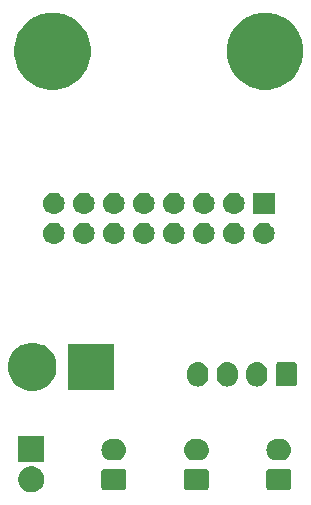
<source format=gbr>
G04 #@! TF.GenerationSoftware,KiCad,Pcbnew,(5.1.4)-1*
G04 #@! TF.CreationDate,2020-03-27T15:16:42-04:00*
G04 #@! TF.ProjectId,extruder_breakout,65787472-7564-4657-925f-627265616b6f,rev?*
G04 #@! TF.SameCoordinates,PX8f0d180PY5f5e100*
G04 #@! TF.FileFunction,Soldermask,Bot*
G04 #@! TF.FilePolarity,Negative*
%FSLAX46Y46*%
G04 Gerber Fmt 4.6, Leading zero omitted, Abs format (unit mm)*
G04 Created by KiCad (PCBNEW (5.1.4)-1) date 2020-03-27 15:16:42*
%MOMM*%
%LPD*%
G04 APERTURE LIST*
%ADD10C,0.100000*%
G04 APERTURE END LIST*
D10*
G36*
X-10473909Y9313497D02*
G01*
X-10273576Y9230516D01*
X-10093281Y9110047D01*
X-9939953Y8956719D01*
X-9819484Y8776424D01*
X-9736503Y8576091D01*
X-9694200Y8363419D01*
X-9694200Y8146581D01*
X-9736503Y7933909D01*
X-9819484Y7733576D01*
X-9939953Y7553281D01*
X-10093281Y7399953D01*
X-10273576Y7279484D01*
X-10473909Y7196503D01*
X-10686581Y7154200D01*
X-10903419Y7154200D01*
X-11116091Y7196503D01*
X-11316424Y7279484D01*
X-11496719Y7399953D01*
X-11650047Y7553281D01*
X-11770516Y7733576D01*
X-11853497Y7933909D01*
X-11895800Y8146581D01*
X-11895800Y8363419D01*
X-11853497Y8576091D01*
X-11770516Y8776424D01*
X-11650047Y8956719D01*
X-11496719Y9110047D01*
X-11316424Y9230516D01*
X-11116091Y9313497D01*
X-10903419Y9355800D01*
X-10686581Y9355800D01*
X-10473909Y9313497D01*
X-10473909Y9313497D01*
G37*
G36*
X11011957Y9150933D02*
G01*
X11058266Y9136885D01*
X11100951Y9114069D01*
X11138365Y9083365D01*
X11169069Y9045951D01*
X11191885Y9003266D01*
X11205933Y8956957D01*
X11210800Y8907538D01*
X11210800Y7602462D01*
X11205933Y7553043D01*
X11191885Y7506734D01*
X11169069Y7464049D01*
X11138365Y7426635D01*
X11100951Y7395931D01*
X11058266Y7373115D01*
X11011957Y7359067D01*
X10962538Y7354200D01*
X9357462Y7354200D01*
X9308043Y7359067D01*
X9261734Y7373115D01*
X9219049Y7395931D01*
X9181635Y7426635D01*
X9150931Y7464049D01*
X9128115Y7506734D01*
X9114067Y7553043D01*
X9109200Y7602462D01*
X9109200Y8907538D01*
X9114067Y8956957D01*
X9128115Y9003266D01*
X9150931Y9045951D01*
X9181635Y9083365D01*
X9219049Y9114069D01*
X9261734Y9136885D01*
X9308043Y9150933D01*
X9357462Y9155800D01*
X10962538Y9155800D01*
X11011957Y9150933D01*
X11011957Y9150933D01*
G37*
G36*
X4026957Y9150933D02*
G01*
X4073266Y9136885D01*
X4115951Y9114069D01*
X4153365Y9083365D01*
X4184069Y9045951D01*
X4206885Y9003266D01*
X4220933Y8956957D01*
X4225800Y8907538D01*
X4225800Y7602462D01*
X4220933Y7553043D01*
X4206885Y7506734D01*
X4184069Y7464049D01*
X4153365Y7426635D01*
X4115951Y7395931D01*
X4073266Y7373115D01*
X4026957Y7359067D01*
X3977538Y7354200D01*
X2372462Y7354200D01*
X2323043Y7359067D01*
X2276734Y7373115D01*
X2234049Y7395931D01*
X2196635Y7426635D01*
X2165931Y7464049D01*
X2143115Y7506734D01*
X2129067Y7553043D01*
X2124200Y7602462D01*
X2124200Y8907538D01*
X2129067Y8956957D01*
X2143115Y9003266D01*
X2165931Y9045951D01*
X2196635Y9083365D01*
X2234049Y9114069D01*
X2276734Y9136885D01*
X2323043Y9150933D01*
X2372462Y9155800D01*
X3977538Y9155800D01*
X4026957Y9150933D01*
X4026957Y9150933D01*
G37*
G36*
X-2958043Y9150933D02*
G01*
X-2911734Y9136885D01*
X-2869049Y9114069D01*
X-2831635Y9083365D01*
X-2800931Y9045951D01*
X-2778115Y9003266D01*
X-2764067Y8956957D01*
X-2759200Y8907538D01*
X-2759200Y7602462D01*
X-2764067Y7553043D01*
X-2778115Y7506734D01*
X-2800931Y7464049D01*
X-2831635Y7426635D01*
X-2869049Y7395931D01*
X-2911734Y7373115D01*
X-2958043Y7359067D01*
X-3007462Y7354200D01*
X-4612538Y7354200D01*
X-4661957Y7359067D01*
X-4708266Y7373115D01*
X-4750951Y7395931D01*
X-4788365Y7426635D01*
X-4819069Y7464049D01*
X-4841885Y7506734D01*
X-4855933Y7553043D01*
X-4860800Y7602462D01*
X-4860800Y8907538D01*
X-4855933Y8956957D01*
X-4841885Y9003266D01*
X-4819069Y9045951D01*
X-4788365Y9083365D01*
X-4750951Y9114069D01*
X-4708266Y9136885D01*
X-4661957Y9150933D01*
X-4612538Y9155800D01*
X-3007462Y9155800D01*
X-2958043Y9150933D01*
X-2958043Y9150933D01*
G37*
G36*
X-9694200Y9694200D02*
G01*
X-11895800Y9694200D01*
X-11895800Y11895800D01*
X-9694200Y11895800D01*
X-9694200Y9694200D01*
X-9694200Y9694200D01*
G37*
G36*
X3501588Y11642766D02*
G01*
X3501591Y11642765D01*
X3671388Y11591258D01*
X3827878Y11507612D01*
X3965043Y11395043D01*
X4077612Y11257878D01*
X4161258Y11101388D01*
X4206875Y10951008D01*
X4212766Y10931588D01*
X4230158Y10755000D01*
X4212766Y10578412D01*
X4212765Y10578409D01*
X4161258Y10408612D01*
X4077612Y10252122D01*
X3965043Y10114957D01*
X3827878Y10002388D01*
X3671388Y9918742D01*
X3521008Y9873125D01*
X3501588Y9867234D01*
X3369249Y9854200D01*
X2980751Y9854200D01*
X2848412Y9867234D01*
X2828992Y9873125D01*
X2678612Y9918742D01*
X2522122Y10002388D01*
X2384957Y10114957D01*
X2272388Y10252122D01*
X2188742Y10408612D01*
X2137235Y10578409D01*
X2137234Y10578412D01*
X2119842Y10755000D01*
X2137234Y10931588D01*
X2143125Y10951008D01*
X2188742Y11101388D01*
X2272388Y11257878D01*
X2384957Y11395043D01*
X2522122Y11507612D01*
X2678612Y11591258D01*
X2848409Y11642765D01*
X2848412Y11642766D01*
X2980751Y11655800D01*
X3369249Y11655800D01*
X3501588Y11642766D01*
X3501588Y11642766D01*
G37*
G36*
X10486588Y11642766D02*
G01*
X10486591Y11642765D01*
X10656388Y11591258D01*
X10812878Y11507612D01*
X10950043Y11395043D01*
X11062612Y11257878D01*
X11146258Y11101388D01*
X11191875Y10951008D01*
X11197766Y10931588D01*
X11215158Y10755000D01*
X11197766Y10578412D01*
X11197765Y10578409D01*
X11146258Y10408612D01*
X11062612Y10252122D01*
X10950043Y10114957D01*
X10812878Y10002388D01*
X10656388Y9918742D01*
X10506008Y9873125D01*
X10486588Y9867234D01*
X10354249Y9854200D01*
X9965751Y9854200D01*
X9833412Y9867234D01*
X9813992Y9873125D01*
X9663612Y9918742D01*
X9507122Y10002388D01*
X9369957Y10114957D01*
X9257388Y10252122D01*
X9173742Y10408612D01*
X9122235Y10578409D01*
X9122234Y10578412D01*
X9104842Y10755000D01*
X9122234Y10931588D01*
X9128125Y10951008D01*
X9173742Y11101388D01*
X9257388Y11257878D01*
X9369957Y11395043D01*
X9507122Y11507612D01*
X9663612Y11591258D01*
X9833409Y11642765D01*
X9833412Y11642766D01*
X9965751Y11655800D01*
X10354249Y11655800D01*
X10486588Y11642766D01*
X10486588Y11642766D01*
G37*
G36*
X-3483412Y11642766D02*
G01*
X-3483409Y11642765D01*
X-3313612Y11591258D01*
X-3157122Y11507612D01*
X-3019957Y11395043D01*
X-2907388Y11257878D01*
X-2823742Y11101388D01*
X-2778125Y10951008D01*
X-2772234Y10931588D01*
X-2754842Y10755000D01*
X-2772234Y10578412D01*
X-2772235Y10578409D01*
X-2823742Y10408612D01*
X-2907388Y10252122D01*
X-3019957Y10114957D01*
X-3157122Y10002388D01*
X-3313612Y9918742D01*
X-3463992Y9873125D01*
X-3483412Y9867234D01*
X-3615751Y9854200D01*
X-4004249Y9854200D01*
X-4136588Y9867234D01*
X-4156008Y9873125D01*
X-4306388Y9918742D01*
X-4462878Y10002388D01*
X-4600043Y10114957D01*
X-4712612Y10252122D01*
X-4796258Y10408612D01*
X-4847765Y10578409D01*
X-4847766Y10578412D01*
X-4865158Y10755000D01*
X-4847766Y10931588D01*
X-4841875Y10951008D01*
X-4796258Y11101388D01*
X-4712612Y11257878D01*
X-4600043Y11395043D01*
X-4462878Y11507612D01*
X-4306388Y11591258D01*
X-4136591Y11642765D01*
X-4136588Y11642766D01*
X-4004249Y11655800D01*
X-3615751Y11655800D01*
X-3483412Y11642766D01*
X-3483412Y11642766D01*
G37*
G36*
X-10116804Y19751989D02*
G01*
X-9908636Y19665763D01*
X-9743578Y19597394D01*
X-9407693Y19372962D01*
X-9122038Y19087307D01*
X-8897606Y18751422D01*
X-8829237Y18586364D01*
X-8743011Y18378196D01*
X-8664200Y17981986D01*
X-8664200Y17578014D01*
X-8743011Y17181804D01*
X-8828359Y16975756D01*
X-8897606Y16808578D01*
X-9122038Y16472693D01*
X-9407693Y16187038D01*
X-9743578Y15962606D01*
X-9908636Y15894237D01*
X-10116804Y15808011D01*
X-10513014Y15729200D01*
X-10916986Y15729200D01*
X-11313196Y15808011D01*
X-11521364Y15894237D01*
X-11686422Y15962606D01*
X-12022307Y16187038D01*
X-12307962Y16472693D01*
X-12532394Y16808578D01*
X-12601641Y16975756D01*
X-12686989Y17181804D01*
X-12765800Y17578014D01*
X-12765800Y17981986D01*
X-12686989Y18378196D01*
X-12600763Y18586364D01*
X-12532394Y18751422D01*
X-12307962Y19087307D01*
X-12022307Y19372962D01*
X-11686422Y19597394D01*
X-11521364Y19665763D01*
X-11313196Y19751989D01*
X-10916986Y19830800D01*
X-10513014Y19830800D01*
X-10116804Y19751989D01*
X-10116804Y19751989D01*
G37*
G36*
X-3764200Y15829200D02*
G01*
X-7665800Y15829200D01*
X-7665800Y19730800D01*
X-3764200Y19730800D01*
X-3764200Y15829200D01*
X-3764200Y15829200D01*
G37*
G36*
X3471588Y18157766D02*
G01*
X3471591Y18157765D01*
X3641388Y18106258D01*
X3797878Y18022612D01*
X3935043Y17910043D01*
X4047612Y17772878D01*
X4131258Y17616388D01*
X4142898Y17578014D01*
X4182766Y17446587D01*
X4195800Y17314248D01*
X4195800Y16975751D01*
X4182766Y16843412D01*
X4182765Y16843410D01*
X4182765Y16843409D01*
X4131258Y16673612D01*
X4047612Y16517122D01*
X3935043Y16379957D01*
X3797877Y16267388D01*
X3641387Y16183742D01*
X3495101Y16139367D01*
X3471587Y16132234D01*
X3295000Y16114842D01*
X3118412Y16132234D01*
X3094898Y16139367D01*
X2948612Y16183742D01*
X2792122Y16267388D01*
X2654957Y16379957D01*
X2542388Y16517123D01*
X2458742Y16673613D01*
X2407235Y16843410D01*
X2407234Y16843413D01*
X2394200Y16975752D01*
X2394200Y17314249D01*
X2407234Y17446588D01*
X2413125Y17466008D01*
X2458742Y17616388D01*
X2542388Y17772878D01*
X2654957Y17910043D01*
X2792123Y18022612D01*
X2948613Y18106258D01*
X3118410Y18157765D01*
X3118413Y18157766D01*
X3295000Y18175158D01*
X3471588Y18157766D01*
X3471588Y18157766D01*
G37*
G36*
X5971588Y18157766D02*
G01*
X5971591Y18157765D01*
X6141388Y18106258D01*
X6297878Y18022612D01*
X6435043Y17910043D01*
X6547612Y17772878D01*
X6631258Y17616388D01*
X6642898Y17578014D01*
X6682766Y17446587D01*
X6695800Y17314248D01*
X6695800Y16975751D01*
X6682766Y16843412D01*
X6682765Y16843410D01*
X6682765Y16843409D01*
X6631258Y16673612D01*
X6547612Y16517122D01*
X6435043Y16379957D01*
X6297877Y16267388D01*
X6141387Y16183742D01*
X5995101Y16139367D01*
X5971587Y16132234D01*
X5795000Y16114842D01*
X5618412Y16132234D01*
X5594898Y16139367D01*
X5448612Y16183742D01*
X5292122Y16267388D01*
X5154957Y16379957D01*
X5042388Y16517123D01*
X4958742Y16673613D01*
X4907235Y16843410D01*
X4907234Y16843413D01*
X4894200Y16975752D01*
X4894200Y17314249D01*
X4907234Y17446588D01*
X4913125Y17466008D01*
X4958742Y17616388D01*
X5042388Y17772878D01*
X5154957Y17910043D01*
X5292123Y18022612D01*
X5448613Y18106258D01*
X5618410Y18157765D01*
X5618413Y18157766D01*
X5795000Y18175158D01*
X5971588Y18157766D01*
X5971588Y18157766D01*
G37*
G36*
X8471588Y18157766D02*
G01*
X8471591Y18157765D01*
X8641388Y18106258D01*
X8797878Y18022612D01*
X8935043Y17910043D01*
X9047612Y17772878D01*
X9131258Y17616388D01*
X9142898Y17578014D01*
X9182766Y17446587D01*
X9195800Y17314248D01*
X9195800Y16975751D01*
X9182766Y16843412D01*
X9182765Y16843410D01*
X9182765Y16843409D01*
X9131258Y16673612D01*
X9047612Y16517122D01*
X8935043Y16379957D01*
X8797877Y16267388D01*
X8641387Y16183742D01*
X8495101Y16139367D01*
X8471587Y16132234D01*
X8295000Y16114842D01*
X8118412Y16132234D01*
X8094898Y16139367D01*
X7948612Y16183742D01*
X7792122Y16267388D01*
X7654957Y16379957D01*
X7542388Y16517123D01*
X7458742Y16673613D01*
X7407235Y16843410D01*
X7407234Y16843413D01*
X7394200Y16975752D01*
X7394200Y17314249D01*
X7407234Y17446588D01*
X7413125Y17466008D01*
X7458742Y17616388D01*
X7542388Y17772878D01*
X7654957Y17910043D01*
X7792123Y18022612D01*
X7948613Y18106258D01*
X8118410Y18157765D01*
X8118413Y18157766D01*
X8295000Y18175158D01*
X8471588Y18157766D01*
X8471588Y18157766D01*
G37*
G36*
X11496957Y18165933D02*
G01*
X11543266Y18151885D01*
X11585951Y18129069D01*
X11623365Y18098365D01*
X11654069Y18060951D01*
X11676885Y18018266D01*
X11690933Y17971957D01*
X11695800Y17922538D01*
X11695800Y16367462D01*
X11690933Y16318043D01*
X11676885Y16271734D01*
X11654069Y16229049D01*
X11623365Y16191635D01*
X11585951Y16160931D01*
X11543266Y16138115D01*
X11496957Y16124067D01*
X11447538Y16119200D01*
X10142462Y16119200D01*
X10093043Y16124067D01*
X10046734Y16138115D01*
X10004049Y16160931D01*
X9966635Y16191635D01*
X9935931Y16229049D01*
X9913115Y16271734D01*
X9899067Y16318043D01*
X9894200Y16367462D01*
X9894200Y17922538D01*
X9899067Y17971957D01*
X9913115Y18018266D01*
X9935931Y18060951D01*
X9966635Y18098365D01*
X10004049Y18129069D01*
X10046734Y18151885D01*
X10093043Y18165933D01*
X10142462Y18170800D01*
X11447538Y18170800D01*
X11496957Y18165933D01*
X11496957Y18165933D01*
G37*
G36*
X6428502Y29991092D02*
G01*
X6529257Y29981169D01*
X6701617Y29928884D01*
X6860471Y29843975D01*
X6909833Y29803464D01*
X6999707Y29729707D01*
X7073464Y29639833D01*
X7113975Y29590471D01*
X7198884Y29431617D01*
X7251169Y29259257D01*
X7268824Y29080000D01*
X7251169Y28900743D01*
X7198884Y28728383D01*
X7113975Y28569529D01*
X7073464Y28520167D01*
X6999707Y28430293D01*
X6909833Y28356536D01*
X6860471Y28316025D01*
X6701617Y28231116D01*
X6529257Y28178831D01*
X6428502Y28168908D01*
X6394918Y28165600D01*
X6305082Y28165600D01*
X6271498Y28168908D01*
X6170743Y28178831D01*
X5998383Y28231116D01*
X5839529Y28316025D01*
X5790167Y28356536D01*
X5700293Y28430293D01*
X5626536Y28520167D01*
X5586025Y28569529D01*
X5501116Y28728383D01*
X5448831Y28900743D01*
X5431176Y29080000D01*
X5448831Y29259257D01*
X5501116Y29431617D01*
X5586025Y29590471D01*
X5626536Y29639833D01*
X5700293Y29729707D01*
X5790167Y29803464D01*
X5839529Y29843975D01*
X5998383Y29928884D01*
X6170743Y29981169D01*
X6271498Y29991092D01*
X6305082Y29994400D01*
X6394918Y29994400D01*
X6428502Y29991092D01*
X6428502Y29991092D01*
G37*
G36*
X3888502Y29991092D02*
G01*
X3989257Y29981169D01*
X4161617Y29928884D01*
X4320471Y29843975D01*
X4369833Y29803464D01*
X4459707Y29729707D01*
X4533464Y29639833D01*
X4573975Y29590471D01*
X4658884Y29431617D01*
X4711169Y29259257D01*
X4728824Y29080000D01*
X4711169Y28900743D01*
X4658884Y28728383D01*
X4573975Y28569529D01*
X4533464Y28520167D01*
X4459707Y28430293D01*
X4369833Y28356536D01*
X4320471Y28316025D01*
X4161617Y28231116D01*
X3989257Y28178831D01*
X3888502Y28168908D01*
X3854918Y28165600D01*
X3765082Y28165600D01*
X3731498Y28168908D01*
X3630743Y28178831D01*
X3458383Y28231116D01*
X3299529Y28316025D01*
X3250167Y28356536D01*
X3160293Y28430293D01*
X3086536Y28520167D01*
X3046025Y28569529D01*
X2961116Y28728383D01*
X2908831Y28900743D01*
X2891176Y29080000D01*
X2908831Y29259257D01*
X2961116Y29431617D01*
X3046025Y29590471D01*
X3086536Y29639833D01*
X3160293Y29729707D01*
X3250167Y29803464D01*
X3299529Y29843975D01*
X3458383Y29928884D01*
X3630743Y29981169D01*
X3731498Y29991092D01*
X3765082Y29994400D01*
X3854918Y29994400D01*
X3888502Y29991092D01*
X3888502Y29991092D01*
G37*
G36*
X-3731498Y29991092D02*
G01*
X-3630743Y29981169D01*
X-3458383Y29928884D01*
X-3299529Y29843975D01*
X-3250167Y29803464D01*
X-3160293Y29729707D01*
X-3086536Y29639833D01*
X-3046025Y29590471D01*
X-2961116Y29431617D01*
X-2908831Y29259257D01*
X-2891176Y29080000D01*
X-2908831Y28900743D01*
X-2961116Y28728383D01*
X-3046025Y28569529D01*
X-3086536Y28520167D01*
X-3160293Y28430293D01*
X-3250167Y28356536D01*
X-3299529Y28316025D01*
X-3458383Y28231116D01*
X-3630743Y28178831D01*
X-3731498Y28168908D01*
X-3765082Y28165600D01*
X-3854918Y28165600D01*
X-3888502Y28168908D01*
X-3989257Y28178831D01*
X-4161617Y28231116D01*
X-4320471Y28316025D01*
X-4369833Y28356536D01*
X-4459707Y28430293D01*
X-4533464Y28520167D01*
X-4573975Y28569529D01*
X-4658884Y28728383D01*
X-4711169Y28900743D01*
X-4728824Y29080000D01*
X-4711169Y29259257D01*
X-4658884Y29431617D01*
X-4573975Y29590471D01*
X-4533464Y29639833D01*
X-4459707Y29729707D01*
X-4369833Y29803464D01*
X-4320471Y29843975D01*
X-4161617Y29928884D01*
X-3989257Y29981169D01*
X-3888502Y29991092D01*
X-3854918Y29994400D01*
X-3765082Y29994400D01*
X-3731498Y29991092D01*
X-3731498Y29991092D01*
G37*
G36*
X8968502Y29991092D02*
G01*
X9069257Y29981169D01*
X9241617Y29928884D01*
X9400471Y29843975D01*
X9449833Y29803464D01*
X9539707Y29729707D01*
X9613464Y29639833D01*
X9653975Y29590471D01*
X9738884Y29431617D01*
X9791169Y29259257D01*
X9808824Y29080000D01*
X9791169Y28900743D01*
X9738884Y28728383D01*
X9653975Y28569529D01*
X9613464Y28520167D01*
X9539707Y28430293D01*
X9449833Y28356536D01*
X9400471Y28316025D01*
X9241617Y28231116D01*
X9069257Y28178831D01*
X8968502Y28168908D01*
X8934918Y28165600D01*
X8845082Y28165600D01*
X8811498Y28168908D01*
X8710743Y28178831D01*
X8538383Y28231116D01*
X8379529Y28316025D01*
X8330167Y28356536D01*
X8240293Y28430293D01*
X8166536Y28520167D01*
X8126025Y28569529D01*
X8041116Y28728383D01*
X7988831Y28900743D01*
X7971176Y29080000D01*
X7988831Y29259257D01*
X8041116Y29431617D01*
X8126025Y29590471D01*
X8166536Y29639833D01*
X8240293Y29729707D01*
X8330167Y29803464D01*
X8379529Y29843975D01*
X8538383Y29928884D01*
X8710743Y29981169D01*
X8811498Y29991092D01*
X8845082Y29994400D01*
X8934918Y29994400D01*
X8968502Y29991092D01*
X8968502Y29991092D01*
G37*
G36*
X1348502Y29991092D02*
G01*
X1449257Y29981169D01*
X1621617Y29928884D01*
X1780471Y29843975D01*
X1829833Y29803464D01*
X1919707Y29729707D01*
X1993464Y29639833D01*
X2033975Y29590471D01*
X2118884Y29431617D01*
X2171169Y29259257D01*
X2188824Y29080000D01*
X2171169Y28900743D01*
X2118884Y28728383D01*
X2033975Y28569529D01*
X1993464Y28520167D01*
X1919707Y28430293D01*
X1829833Y28356536D01*
X1780471Y28316025D01*
X1621617Y28231116D01*
X1449257Y28178831D01*
X1348502Y28168908D01*
X1314918Y28165600D01*
X1225082Y28165600D01*
X1191498Y28168908D01*
X1090743Y28178831D01*
X918383Y28231116D01*
X759529Y28316025D01*
X710167Y28356536D01*
X620293Y28430293D01*
X546536Y28520167D01*
X506025Y28569529D01*
X421116Y28728383D01*
X368831Y28900743D01*
X351176Y29080000D01*
X368831Y29259257D01*
X421116Y29431617D01*
X506025Y29590471D01*
X546536Y29639833D01*
X620293Y29729707D01*
X710167Y29803464D01*
X759529Y29843975D01*
X918383Y29928884D01*
X1090743Y29981169D01*
X1191498Y29991092D01*
X1225082Y29994400D01*
X1314918Y29994400D01*
X1348502Y29991092D01*
X1348502Y29991092D01*
G37*
G36*
X-1191498Y29991092D02*
G01*
X-1090743Y29981169D01*
X-918383Y29928884D01*
X-759529Y29843975D01*
X-710167Y29803464D01*
X-620293Y29729707D01*
X-546536Y29639833D01*
X-506025Y29590471D01*
X-421116Y29431617D01*
X-368831Y29259257D01*
X-351176Y29080000D01*
X-368831Y28900743D01*
X-421116Y28728383D01*
X-506025Y28569529D01*
X-546536Y28520167D01*
X-620293Y28430293D01*
X-710167Y28356536D01*
X-759529Y28316025D01*
X-918383Y28231116D01*
X-1090743Y28178831D01*
X-1191498Y28168908D01*
X-1225082Y28165600D01*
X-1314918Y28165600D01*
X-1348502Y28168908D01*
X-1449257Y28178831D01*
X-1621617Y28231116D01*
X-1780471Y28316025D01*
X-1829833Y28356536D01*
X-1919707Y28430293D01*
X-1993464Y28520167D01*
X-2033975Y28569529D01*
X-2118884Y28728383D01*
X-2171169Y28900743D01*
X-2188824Y29080000D01*
X-2171169Y29259257D01*
X-2118884Y29431617D01*
X-2033975Y29590471D01*
X-1993464Y29639833D01*
X-1919707Y29729707D01*
X-1829833Y29803464D01*
X-1780471Y29843975D01*
X-1621617Y29928884D01*
X-1449257Y29981169D01*
X-1348502Y29991092D01*
X-1314918Y29994400D01*
X-1225082Y29994400D01*
X-1191498Y29991092D01*
X-1191498Y29991092D01*
G37*
G36*
X-8811498Y29991092D02*
G01*
X-8710743Y29981169D01*
X-8538383Y29928884D01*
X-8379529Y29843975D01*
X-8330167Y29803464D01*
X-8240293Y29729707D01*
X-8166536Y29639833D01*
X-8126025Y29590471D01*
X-8041116Y29431617D01*
X-7988831Y29259257D01*
X-7971176Y29080000D01*
X-7988831Y28900743D01*
X-8041116Y28728383D01*
X-8126025Y28569529D01*
X-8166536Y28520167D01*
X-8240293Y28430293D01*
X-8330167Y28356536D01*
X-8379529Y28316025D01*
X-8538383Y28231116D01*
X-8710743Y28178831D01*
X-8811498Y28168908D01*
X-8845082Y28165600D01*
X-8934918Y28165600D01*
X-8968502Y28168908D01*
X-9069257Y28178831D01*
X-9241617Y28231116D01*
X-9400471Y28316025D01*
X-9449833Y28356536D01*
X-9539707Y28430293D01*
X-9613464Y28520167D01*
X-9653975Y28569529D01*
X-9738884Y28728383D01*
X-9791169Y28900743D01*
X-9808824Y29080000D01*
X-9791169Y29259257D01*
X-9738884Y29431617D01*
X-9653975Y29590471D01*
X-9613464Y29639833D01*
X-9539707Y29729707D01*
X-9449833Y29803464D01*
X-9400471Y29843975D01*
X-9241617Y29928884D01*
X-9069257Y29981169D01*
X-8968502Y29991092D01*
X-8934918Y29994400D01*
X-8845082Y29994400D01*
X-8811498Y29991092D01*
X-8811498Y29991092D01*
G37*
G36*
X-6271498Y29991092D02*
G01*
X-6170743Y29981169D01*
X-5998383Y29928884D01*
X-5839529Y29843975D01*
X-5790167Y29803464D01*
X-5700293Y29729707D01*
X-5626536Y29639833D01*
X-5586025Y29590471D01*
X-5501116Y29431617D01*
X-5448831Y29259257D01*
X-5431176Y29080000D01*
X-5448831Y28900743D01*
X-5501116Y28728383D01*
X-5586025Y28569529D01*
X-5626536Y28520167D01*
X-5700293Y28430293D01*
X-5790167Y28356536D01*
X-5839529Y28316025D01*
X-5998383Y28231116D01*
X-6170743Y28178831D01*
X-6271498Y28168908D01*
X-6305082Y28165600D01*
X-6394918Y28165600D01*
X-6428502Y28168908D01*
X-6529257Y28178831D01*
X-6701617Y28231116D01*
X-6860471Y28316025D01*
X-6909833Y28356536D01*
X-6999707Y28430293D01*
X-7073464Y28520167D01*
X-7113975Y28569529D01*
X-7198884Y28728383D01*
X-7251169Y28900743D01*
X-7268824Y29080000D01*
X-7251169Y29259257D01*
X-7198884Y29431617D01*
X-7113975Y29590471D01*
X-7073464Y29639833D01*
X-6999707Y29729707D01*
X-6909833Y29803464D01*
X-6860471Y29843975D01*
X-6701617Y29928884D01*
X-6529257Y29981169D01*
X-6428502Y29991092D01*
X-6394918Y29994400D01*
X-6305082Y29994400D01*
X-6271498Y29991092D01*
X-6271498Y29991092D01*
G37*
G36*
X9804400Y30705600D02*
G01*
X7975600Y30705600D01*
X7975600Y32534400D01*
X9804400Y32534400D01*
X9804400Y30705600D01*
X9804400Y30705600D01*
G37*
G36*
X-6271498Y32531092D02*
G01*
X-6170743Y32521169D01*
X-5998383Y32468884D01*
X-5839529Y32383975D01*
X-5790167Y32343464D01*
X-5700293Y32269707D01*
X-5626536Y32179833D01*
X-5586025Y32130471D01*
X-5501116Y31971617D01*
X-5448831Y31799257D01*
X-5431176Y31620000D01*
X-5448831Y31440743D01*
X-5501116Y31268383D01*
X-5586025Y31109529D01*
X-5626536Y31060167D01*
X-5700293Y30970293D01*
X-5790167Y30896536D01*
X-5839529Y30856025D01*
X-5998383Y30771116D01*
X-6170743Y30718831D01*
X-6271498Y30708908D01*
X-6305082Y30705600D01*
X-6394918Y30705600D01*
X-6428502Y30708908D01*
X-6529257Y30718831D01*
X-6701617Y30771116D01*
X-6860471Y30856025D01*
X-6909833Y30896536D01*
X-6999707Y30970293D01*
X-7073464Y31060167D01*
X-7113975Y31109529D01*
X-7198884Y31268383D01*
X-7251169Y31440743D01*
X-7268824Y31620000D01*
X-7251169Y31799257D01*
X-7198884Y31971617D01*
X-7113975Y32130471D01*
X-7073464Y32179833D01*
X-6999707Y32269707D01*
X-6909833Y32343464D01*
X-6860471Y32383975D01*
X-6701617Y32468884D01*
X-6529257Y32521169D01*
X-6428502Y32531092D01*
X-6394918Y32534400D01*
X-6305082Y32534400D01*
X-6271498Y32531092D01*
X-6271498Y32531092D01*
G37*
G36*
X6428502Y32531092D02*
G01*
X6529257Y32521169D01*
X6701617Y32468884D01*
X6860471Y32383975D01*
X6909833Y32343464D01*
X6999707Y32269707D01*
X7073464Y32179833D01*
X7113975Y32130471D01*
X7198884Y31971617D01*
X7251169Y31799257D01*
X7268824Y31620000D01*
X7251169Y31440743D01*
X7198884Y31268383D01*
X7113975Y31109529D01*
X7073464Y31060167D01*
X6999707Y30970293D01*
X6909833Y30896536D01*
X6860471Y30856025D01*
X6701617Y30771116D01*
X6529257Y30718831D01*
X6428502Y30708908D01*
X6394918Y30705600D01*
X6305082Y30705600D01*
X6271498Y30708908D01*
X6170743Y30718831D01*
X5998383Y30771116D01*
X5839529Y30856025D01*
X5790167Y30896536D01*
X5700293Y30970293D01*
X5626536Y31060167D01*
X5586025Y31109529D01*
X5501116Y31268383D01*
X5448831Y31440743D01*
X5431176Y31620000D01*
X5448831Y31799257D01*
X5501116Y31971617D01*
X5586025Y32130471D01*
X5626536Y32179833D01*
X5700293Y32269707D01*
X5790167Y32343464D01*
X5839529Y32383975D01*
X5998383Y32468884D01*
X6170743Y32521169D01*
X6271498Y32531092D01*
X6305082Y32534400D01*
X6394918Y32534400D01*
X6428502Y32531092D01*
X6428502Y32531092D01*
G37*
G36*
X3888502Y32531092D02*
G01*
X3989257Y32521169D01*
X4161617Y32468884D01*
X4320471Y32383975D01*
X4369833Y32343464D01*
X4459707Y32269707D01*
X4533464Y32179833D01*
X4573975Y32130471D01*
X4658884Y31971617D01*
X4711169Y31799257D01*
X4728824Y31620000D01*
X4711169Y31440743D01*
X4658884Y31268383D01*
X4573975Y31109529D01*
X4533464Y31060167D01*
X4459707Y30970293D01*
X4369833Y30896536D01*
X4320471Y30856025D01*
X4161617Y30771116D01*
X3989257Y30718831D01*
X3888502Y30708908D01*
X3854918Y30705600D01*
X3765082Y30705600D01*
X3731498Y30708908D01*
X3630743Y30718831D01*
X3458383Y30771116D01*
X3299529Y30856025D01*
X3250167Y30896536D01*
X3160293Y30970293D01*
X3086536Y31060167D01*
X3046025Y31109529D01*
X2961116Y31268383D01*
X2908831Y31440743D01*
X2891176Y31620000D01*
X2908831Y31799257D01*
X2961116Y31971617D01*
X3046025Y32130471D01*
X3086536Y32179833D01*
X3160293Y32269707D01*
X3250167Y32343464D01*
X3299529Y32383975D01*
X3458383Y32468884D01*
X3630743Y32521169D01*
X3731498Y32531092D01*
X3765082Y32534400D01*
X3854918Y32534400D01*
X3888502Y32531092D01*
X3888502Y32531092D01*
G37*
G36*
X1348502Y32531092D02*
G01*
X1449257Y32521169D01*
X1621617Y32468884D01*
X1780471Y32383975D01*
X1829833Y32343464D01*
X1919707Y32269707D01*
X1993464Y32179833D01*
X2033975Y32130471D01*
X2118884Y31971617D01*
X2171169Y31799257D01*
X2188824Y31620000D01*
X2171169Y31440743D01*
X2118884Y31268383D01*
X2033975Y31109529D01*
X1993464Y31060167D01*
X1919707Y30970293D01*
X1829833Y30896536D01*
X1780471Y30856025D01*
X1621617Y30771116D01*
X1449257Y30718831D01*
X1348502Y30708908D01*
X1314918Y30705600D01*
X1225082Y30705600D01*
X1191498Y30708908D01*
X1090743Y30718831D01*
X918383Y30771116D01*
X759529Y30856025D01*
X710167Y30896536D01*
X620293Y30970293D01*
X546536Y31060167D01*
X506025Y31109529D01*
X421116Y31268383D01*
X368831Y31440743D01*
X351176Y31620000D01*
X368831Y31799257D01*
X421116Y31971617D01*
X506025Y32130471D01*
X546536Y32179833D01*
X620293Y32269707D01*
X710167Y32343464D01*
X759529Y32383975D01*
X918383Y32468884D01*
X1090743Y32521169D01*
X1191498Y32531092D01*
X1225082Y32534400D01*
X1314918Y32534400D01*
X1348502Y32531092D01*
X1348502Y32531092D01*
G37*
G36*
X-1191498Y32531092D02*
G01*
X-1090743Y32521169D01*
X-918383Y32468884D01*
X-759529Y32383975D01*
X-710167Y32343464D01*
X-620293Y32269707D01*
X-546536Y32179833D01*
X-506025Y32130471D01*
X-421116Y31971617D01*
X-368831Y31799257D01*
X-351176Y31620000D01*
X-368831Y31440743D01*
X-421116Y31268383D01*
X-506025Y31109529D01*
X-546536Y31060167D01*
X-620293Y30970293D01*
X-710167Y30896536D01*
X-759529Y30856025D01*
X-918383Y30771116D01*
X-1090743Y30718831D01*
X-1191498Y30708908D01*
X-1225082Y30705600D01*
X-1314918Y30705600D01*
X-1348502Y30708908D01*
X-1449257Y30718831D01*
X-1621617Y30771116D01*
X-1780471Y30856025D01*
X-1829833Y30896536D01*
X-1919707Y30970293D01*
X-1993464Y31060167D01*
X-2033975Y31109529D01*
X-2118884Y31268383D01*
X-2171169Y31440743D01*
X-2188824Y31620000D01*
X-2171169Y31799257D01*
X-2118884Y31971617D01*
X-2033975Y32130471D01*
X-1993464Y32179833D01*
X-1919707Y32269707D01*
X-1829833Y32343464D01*
X-1780471Y32383975D01*
X-1621617Y32468884D01*
X-1449257Y32521169D01*
X-1348502Y32531092D01*
X-1314918Y32534400D01*
X-1225082Y32534400D01*
X-1191498Y32531092D01*
X-1191498Y32531092D01*
G37*
G36*
X-3731498Y32531092D02*
G01*
X-3630743Y32521169D01*
X-3458383Y32468884D01*
X-3299529Y32383975D01*
X-3250167Y32343464D01*
X-3160293Y32269707D01*
X-3086536Y32179833D01*
X-3046025Y32130471D01*
X-2961116Y31971617D01*
X-2908831Y31799257D01*
X-2891176Y31620000D01*
X-2908831Y31440743D01*
X-2961116Y31268383D01*
X-3046025Y31109529D01*
X-3086536Y31060167D01*
X-3160293Y30970293D01*
X-3250167Y30896536D01*
X-3299529Y30856025D01*
X-3458383Y30771116D01*
X-3630743Y30718831D01*
X-3731498Y30708908D01*
X-3765082Y30705600D01*
X-3854918Y30705600D01*
X-3888502Y30708908D01*
X-3989257Y30718831D01*
X-4161617Y30771116D01*
X-4320471Y30856025D01*
X-4369833Y30896536D01*
X-4459707Y30970293D01*
X-4533464Y31060167D01*
X-4573975Y31109529D01*
X-4658884Y31268383D01*
X-4711169Y31440743D01*
X-4728824Y31620000D01*
X-4711169Y31799257D01*
X-4658884Y31971617D01*
X-4573975Y32130471D01*
X-4533464Y32179833D01*
X-4459707Y32269707D01*
X-4369833Y32343464D01*
X-4320471Y32383975D01*
X-4161617Y32468884D01*
X-3989257Y32521169D01*
X-3888502Y32531092D01*
X-3854918Y32534400D01*
X-3765082Y32534400D01*
X-3731498Y32531092D01*
X-3731498Y32531092D01*
G37*
G36*
X-8811498Y32531092D02*
G01*
X-8710743Y32521169D01*
X-8538383Y32468884D01*
X-8379529Y32383975D01*
X-8330167Y32343464D01*
X-8240293Y32269707D01*
X-8166536Y32179833D01*
X-8126025Y32130471D01*
X-8041116Y31971617D01*
X-7988831Y31799257D01*
X-7971176Y31620000D01*
X-7988831Y31440743D01*
X-8041116Y31268383D01*
X-8126025Y31109529D01*
X-8166536Y31060167D01*
X-8240293Y30970293D01*
X-8330167Y30896536D01*
X-8379529Y30856025D01*
X-8538383Y30771116D01*
X-8710743Y30718831D01*
X-8811498Y30708908D01*
X-8845082Y30705600D01*
X-8934918Y30705600D01*
X-8968502Y30708908D01*
X-9069257Y30718831D01*
X-9241617Y30771116D01*
X-9400471Y30856025D01*
X-9449833Y30896536D01*
X-9539707Y30970293D01*
X-9613464Y31060167D01*
X-9653975Y31109529D01*
X-9738884Y31268383D01*
X-9791169Y31440743D01*
X-9808824Y31620000D01*
X-9791169Y31799257D01*
X-9738884Y31971617D01*
X-9653975Y32130471D01*
X-9613464Y32179833D01*
X-9539707Y32269707D01*
X-9449833Y32343464D01*
X-9400471Y32383975D01*
X-9241617Y32468884D01*
X-9069257Y32521169D01*
X-8968502Y32531092D01*
X-8934918Y32534400D01*
X-8845082Y32534400D01*
X-8811498Y32531092D01*
X-8811498Y32531092D01*
G37*
G36*
X-8051777Y47625873D02*
G01*
X-7721802Y47489193D01*
X-7460165Y47380820D01*
X-6927738Y47025063D01*
X-6474937Y46572262D01*
X-6119180Y46039835D01*
X-6010807Y45778198D01*
X-5874127Y45448223D01*
X-5749200Y44820176D01*
X-5749200Y44179824D01*
X-5874127Y43551777D01*
X-6010807Y43221802D01*
X-6119180Y42960165D01*
X-6474937Y42427738D01*
X-6927738Y41974937D01*
X-7460165Y41619180D01*
X-7721802Y41510807D01*
X-8051777Y41374127D01*
X-8679824Y41249200D01*
X-9320176Y41249200D01*
X-9948223Y41374127D01*
X-10278198Y41510807D01*
X-10539835Y41619180D01*
X-11072262Y41974937D01*
X-11525063Y42427738D01*
X-11880820Y42960165D01*
X-11989193Y43221802D01*
X-12125873Y43551777D01*
X-12250800Y44179824D01*
X-12250800Y44820176D01*
X-12125873Y45448223D01*
X-11989193Y45778198D01*
X-11880820Y46039835D01*
X-11525063Y46572262D01*
X-11072262Y47025063D01*
X-10539835Y47380820D01*
X-10278198Y47489193D01*
X-9948223Y47625873D01*
X-9320176Y47750800D01*
X-8679824Y47750800D01*
X-8051777Y47625873D01*
X-8051777Y47625873D01*
G37*
G36*
X9948223Y47625873D02*
G01*
X10278198Y47489193D01*
X10539835Y47380820D01*
X11072262Y47025063D01*
X11525063Y46572262D01*
X11880820Y46039835D01*
X11989193Y45778198D01*
X12125873Y45448223D01*
X12250800Y44820176D01*
X12250800Y44179824D01*
X12125873Y43551777D01*
X11989193Y43221802D01*
X11880820Y42960165D01*
X11525063Y42427738D01*
X11072262Y41974937D01*
X10539835Y41619180D01*
X10278198Y41510807D01*
X9948223Y41374127D01*
X9320176Y41249200D01*
X8679824Y41249200D01*
X8051777Y41374127D01*
X7721802Y41510807D01*
X7460165Y41619180D01*
X6927738Y41974937D01*
X6474937Y42427738D01*
X6119180Y42960165D01*
X6010807Y43221802D01*
X5874127Y43551777D01*
X5749200Y44179824D01*
X5749200Y44820176D01*
X5874127Y45448223D01*
X6010807Y45778198D01*
X6119180Y46039835D01*
X6474937Y46572262D01*
X6927738Y47025063D01*
X7460165Y47380820D01*
X7721802Y47489193D01*
X8051777Y47625873D01*
X8679824Y47750800D01*
X9320176Y47750800D01*
X9948223Y47625873D01*
X9948223Y47625873D01*
G37*
M02*

</source>
